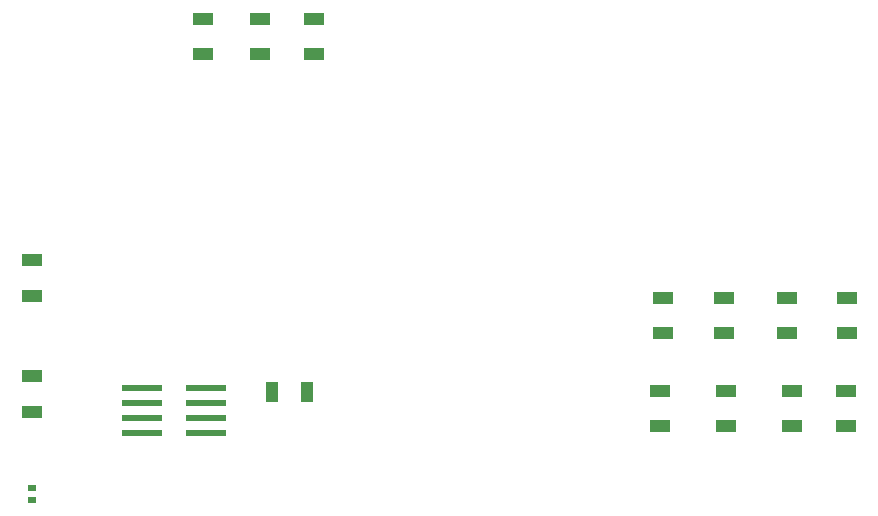
<source format=gtp>
G04*
G04 #@! TF.GenerationSoftware,Altium Limited,Altium Designer,24.10.1 (45)*
G04*
G04 Layer_Color=8421504*
%FSLAX44Y44*%
%MOMM*%
G71*
G04*
G04 #@! TF.SameCoordinates,850EB1A7-B970-4B75-A401-C25B3E3AA128*
G04*
G04*
G04 #@! TF.FilePolarity,Positive*
G04*
G01*
G75*
%ADD19R,1.8034X1.1176*%
%ADD20R,0.7000X0.6000*%
%ADD21R,3.4000X0.6000*%
%ADD22R,1.1176X1.8034*%
D19*
X582464Y108175D02*
D03*
Y138147D02*
D03*
X585004Y186915D02*
D03*
Y216887D02*
D03*
X637074D02*
D03*
Y186915D02*
D03*
X50800Y120777D02*
D03*
Y150749D02*
D03*
Y218948D02*
D03*
Y248920D02*
D03*
X289560Y423164D02*
D03*
Y453136D02*
D03*
X243840D02*
D03*
Y423164D02*
D03*
X739944Y138401D02*
D03*
Y108429D02*
D03*
X694224Y138401D02*
D03*
Y108429D02*
D03*
X690414Y186915D02*
D03*
Y216887D02*
D03*
X741214Y186915D02*
D03*
Y216887D02*
D03*
X195580Y423164D02*
D03*
Y453136D02*
D03*
X638344Y108175D02*
D03*
Y138147D02*
D03*
D20*
X50800Y45800D02*
D03*
Y55800D02*
D03*
D21*
X144450Y140863D02*
D03*
Y128163D02*
D03*
Y115463D02*
D03*
Y102763D02*
D03*
X198450D02*
D03*
Y115463D02*
D03*
Y128163D02*
D03*
Y140863D02*
D03*
D22*
X254000Y137160D02*
D03*
X283972D02*
D03*
M02*

</source>
